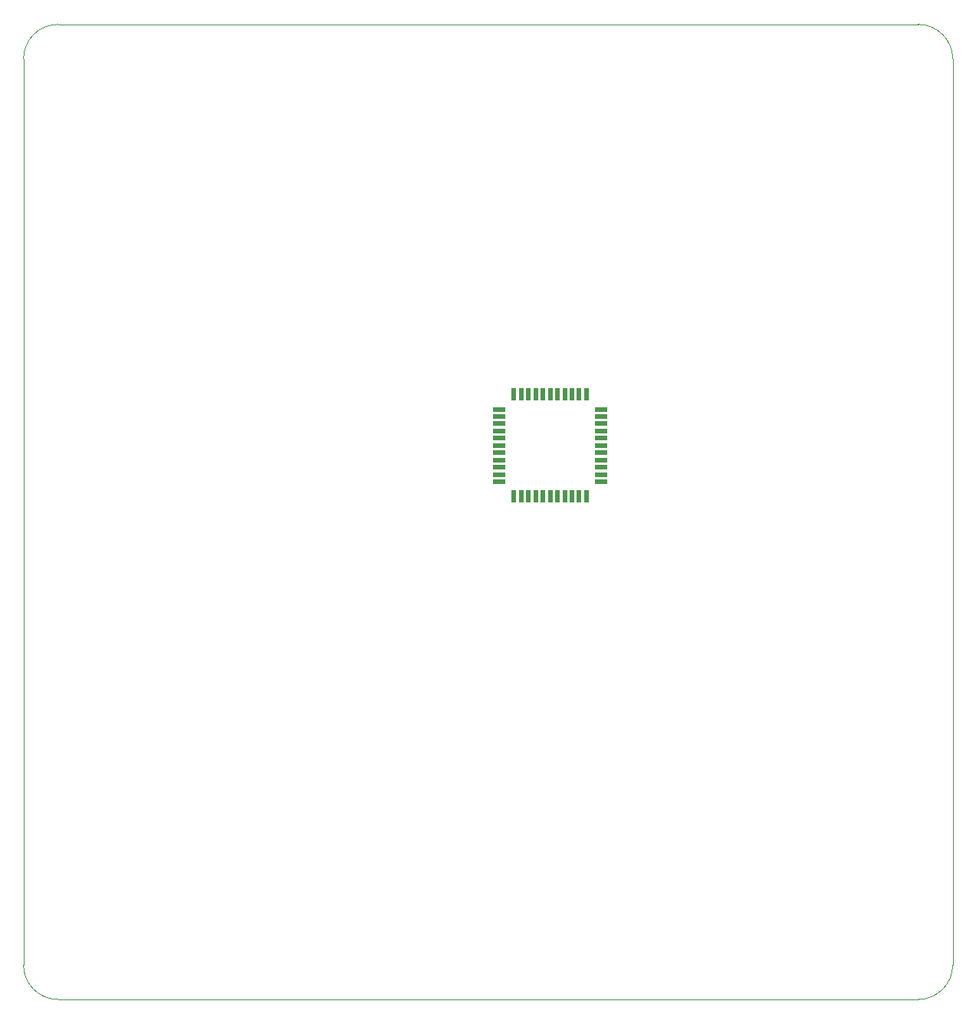
<source format=gtp>
%TF.GenerationSoftware,KiCad,Pcbnew,(5.1.10)-1*%
%TF.CreationDate,2021-11-21T12:30:28+02:00*%
%TF.ProjectId,217243401_Crawler_2021,32313732-3433-4343-9031-5f437261776c,rev?*%
%TF.SameCoordinates,Original*%
%TF.FileFunction,Paste,Top*%
%TF.FilePolarity,Positive*%
%FSLAX46Y46*%
G04 Gerber Fmt 4.6, Leading zero omitted, Abs format (unit mm)*
G04 Created by KiCad (PCBNEW (5.1.10)-1) date 2021-11-21 12:30:28*
%MOMM*%
%LPD*%
G01*
G04 APERTURE LIST*
%TA.AperFunction,Profile*%
%ADD10C,0.050000*%
%TD*%
%ADD11R,1.473200X0.508000*%
%ADD12R,0.508000X1.473200*%
G04 APERTURE END LIST*
D10*
X76835000Y-46355000D02*
X171835000Y-46355000D01*
X73025000Y-150165000D02*
X73025000Y-50165000D01*
X171835000Y-153975000D02*
X76835000Y-153975000D01*
X175645000Y-50165000D02*
X175645000Y-150165000D01*
X171835000Y-46355000D02*
G75*
G02*
X175645000Y-50165000I0J-3810000D01*
G01*
X175645000Y-150165000D02*
G75*
G02*
X171835000Y-153975000I-3810000J0D01*
G01*
X76835000Y-153975000D02*
G75*
G02*
X73025000Y-150165000I0J3810000D01*
G01*
X73025000Y-50165000D02*
G75*
G02*
X76835000Y-46355000I3810000J0D01*
G01*
D11*
%TO.C,U3*%
X136809998Y-96837000D03*
X136809998Y-96036999D03*
X136809998Y-95237000D03*
X136809998Y-94436999D03*
X136809998Y-93637001D03*
X136809998Y-92837000D03*
X136809998Y-92036999D03*
X136809998Y-91237001D03*
X136809998Y-90437000D03*
X136809998Y-89637001D03*
X136809998Y-88837000D03*
D12*
X135191000Y-87218002D03*
X134390999Y-87218002D03*
X133591000Y-87218002D03*
X132790999Y-87218002D03*
X131991001Y-87218002D03*
X131191000Y-87218002D03*
X130390999Y-87218002D03*
X129591001Y-87218002D03*
X128791000Y-87218002D03*
X127991001Y-87218002D03*
X127191000Y-87218002D03*
D11*
X125572002Y-88837000D03*
X125572002Y-89637001D03*
X125572002Y-90437000D03*
X125572002Y-91237001D03*
X125572002Y-92036999D03*
X125572002Y-92837000D03*
X125572002Y-93637001D03*
X125572002Y-94436999D03*
X125572002Y-95237000D03*
X125572002Y-96036999D03*
X125572002Y-96837000D03*
D12*
X127191000Y-98455998D03*
X127991001Y-98455998D03*
X128791000Y-98455998D03*
X129591001Y-98455998D03*
X130390999Y-98455998D03*
X131191000Y-98455998D03*
X131991001Y-98455998D03*
X132790999Y-98455998D03*
X133591000Y-98455998D03*
X134390999Y-98455998D03*
X135191000Y-98455998D03*
%TD*%
M02*

</source>
